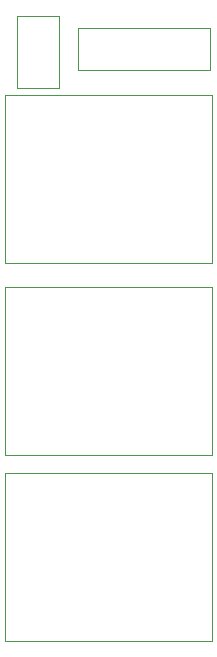
<source format=gbr>
%TF.GenerationSoftware,KiCad,Pcbnew,(5.1.10)-1*%
%TF.CreationDate,2021-08-08T16:05:11+01:00*%
%TF.ProjectId,bongopad,626f6e67-6f70-4616-942e-6b696361645f,1*%
%TF.SameCoordinates,PXb71b00PYb71b00*%
%TF.FileFunction,Other,User*%
%FSLAX46Y46*%
G04 Gerber Fmt 4.6, Leading zero omitted, Abs format (unit mm)*
G04 Created by KiCad (PCBNEW (5.1.10)-1) date 2021-08-08 16:05:11*
%MOMM*%
%LPD*%
G01*
G04 APERTURE LIST*
%ADD10C,0.100000*%
%ADD11C,0.050000*%
G04 APERTURE END LIST*
D10*
%TO.C,J2*%
X5778000Y-33452000D02*
X2222000Y-33452000D01*
X2222000Y-39548000D02*
X2222000Y-33452000D01*
X5778000Y-33452000D02*
X5778000Y-39548000D01*
X5778000Y-39548000D02*
X2222000Y-39548000D01*
D11*
%TO.C,ROT3*%
X18750000Y-86350000D02*
X1250000Y-86350000D01*
X18750000Y-86350000D02*
X18750000Y-72150000D01*
X1250000Y-72150000D02*
X1250000Y-86350000D01*
X1250000Y-72150000D02*
X18750000Y-72150000D01*
%TO.C,ROT2*%
X18750000Y-70600000D02*
X1250000Y-70600000D01*
X18750000Y-70600000D02*
X18750000Y-56400000D01*
X1250000Y-56400000D02*
X1250000Y-70600000D01*
X1250000Y-56400000D02*
X18750000Y-56400000D01*
%TO.C,ROT1*%
X18750000Y-54350000D02*
X1250000Y-54350000D01*
X18750000Y-54350000D02*
X18750000Y-40150000D01*
X1250000Y-40150000D02*
X1250000Y-54350000D01*
X1250000Y-40150000D02*
X18750000Y-40150000D01*
D10*
%TO.C,J1*%
X7412000Y-34472000D02*
X18588000Y-34472000D01*
X18588000Y-38028000D02*
X18588000Y-34472000D01*
X18588000Y-38028000D02*
X7412000Y-38028000D01*
X7412000Y-34472000D02*
X7412000Y-38028000D01*
%TD*%
M02*

</source>
